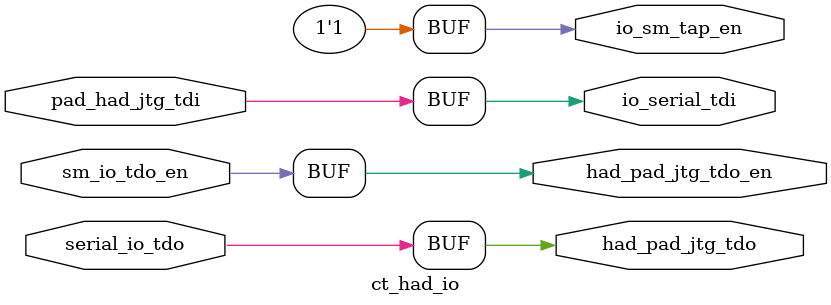
<source format=v>
/*Copyright 2019-2021 T-Head Semiconductor Co., Ltd.

Licensed under the Apache License, Version 2.0 (the "License");
you may not use this file except in compliance with the License.
You may obtain a copy of the License at

    http://www.apache.org/licenses/LICENSE-2.0

Unless required by applicable law or agreed to in writing, software
distributed under the License is distributed on an "AS IS" BASIS,
WITHOUT WARRANTIES OR CONDITIONS OF ANY KIND, either express or implied.
See the License for the specific language governing permissions and
limitations under the License.
*/

// &ModuleBeg; @23
module ct_had_io(
  had_pad_jtg_tdo,
  had_pad_jtg_tdo_en,
  io_serial_tdi,
  io_sm_tap_en,
  pad_had_jtg_tdi,
  serial_io_tdo,
  sm_io_tdo_en
);

// &Ports; @24
input        pad_had_jtg_tdi;
input        serial_io_tdo;
input        sm_io_tdo_en;
output       had_pad_jtg_tdo;
output       had_pad_jtg_tdo_en;
output       io_serial_tdi;
output       io_sm_tap_en;

// &Regs; @25

// &Wires; @26
wire         had_pad_jtg_tdo;
wire         had_pad_jtg_tdo_en;
wire         io_serial_tdi;
wire         io_sm_tap_en;
wire         pad_had_jtg_tdi;
wire         serial_io_tdo;
wire         sm_io_tdo_en;


//===============================================================
// JTAG_2 and JTAG_5 interface signals
//===============================================================
//                                |     __
//    pad_had_jtg_tdi ----------->|----|  \
//                                |    |   |----> io_serial_tdi
//  pad_had_jtg_tms_i ----------->|----|__/
//                                |     |
//  pad_had_jtag2_sel ----------->|-----+
//                                |
//    had_pad_jtg_tdo <-----------|--+
//                                |  |----------- serial_io_tdo
//  had_pad_jtg_tms_o <-----------|--+
//                                |
// had_pad_jtg_tdo_en <-----------|-------------- sm_io_tdo_en
//                                |
// had_pad_jtg_tms_oe <-----------|-------------- sm_io_tms_oe
//                                |
//===============================================================
assign io_serial_tdi = pad_had_jtg_tdi;
assign had_pad_jtg_tdo = serial_io_tdo;
assign had_pad_jtg_tdo_en = sm_io_tdo_en;

assign io_sm_tap_en = 1'b1;



// &ModuleEnd; @77
endmodule




</source>
